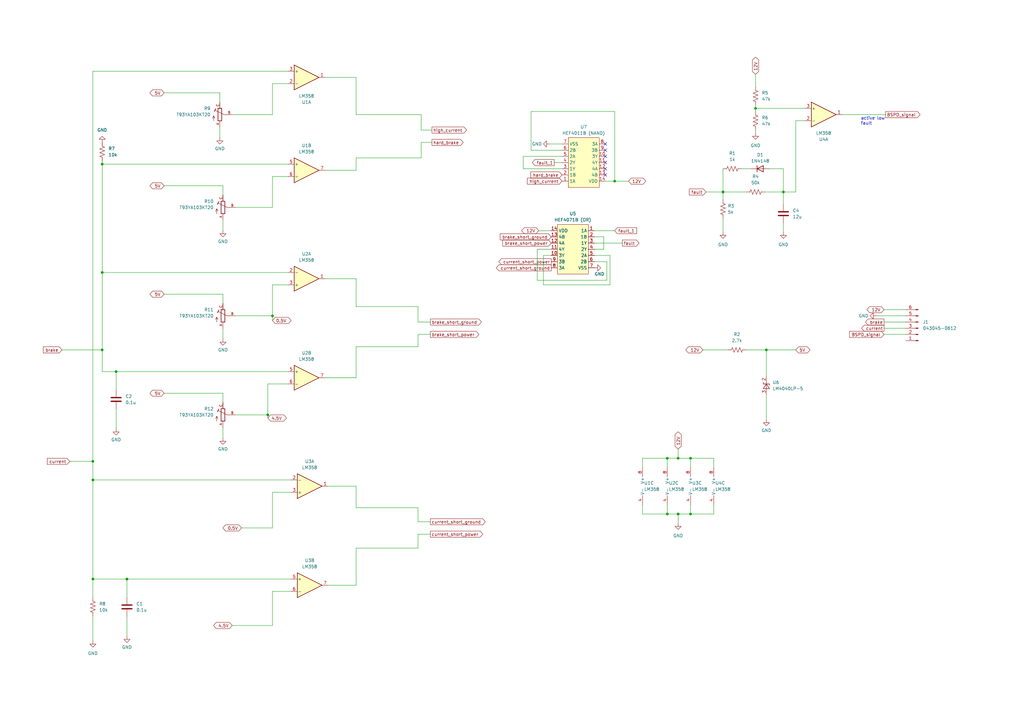
<source format=kicad_sch>
(kicad_sch (version 20231120) (generator "eeschema") (generator_version "8.0")
  (paper "A3")
  (title_block (title "Brake System Plausibility Device ") (comment 1 "Arda Caliskan and Manny Gimenez"))
  (lib_symbols
    (symbol "Amplifier_Operational:LM358" (pin_names (offset 0.127))
      (property "Reference" "U" (at 0 5.08 0))
      (property "Value" "LM358" (at 0 -5.08 0))
      (symbol "LM358_1_1"
        (polyline (pts (xy -5.08 5.08) (xy 5.08 0) (xy -5.08 -5.08) (xy -5.08 5.08)) (stroke (width 0.254)) (fill (type background)))
        (pin output line (at 7.62 0 180) (length 2.54) (name "~") (number "1"))
        (pin input line (at -7.62 -2.54 0) (length 2.54) (name "-") (number "2"))
        (pin input line (at -7.62 2.54 0) (length 2.54) (name "+") (number "3"))
      )
      (symbol "LM358_2_1"
        (polyline (pts (xy -5.08 5.08) (xy 5.08 0) (xy -5.08 -5.08) (xy -5.08 5.08)) (stroke (width 0.254)) (fill (type background)))
        (pin input line (at -7.62 2.54 0) (length 2.54) (name "+") (number "5"))
        (pin input line (at -7.62 -2.54 0) (length 2.54) (name "-") (number "6"))
        (pin output line (at 7.62 0 180) (length 2.54) (name "~") (number "7"))
      )
      (symbol "LM358_3_1"
        (pin power_in line (at -2.54 -7.62 90) (length 3.81) (name "V-") (number "4"))
        (pin power_in line (at -2.54 7.62 270) (length 3.81) (name "V+") (number "8"))
      )
    )
    (symbol "Connector:Conn_01x06_Pin" (pin_names (offset 1.016) hide)
      (property "Reference" "J" (at 0 7.62 0))
      (property "Value" "Conn_01x06_Pin" (at 0 -10.16 0))
      (symbol "Conn_01x06_Pin_1_1"
        (polyline (pts (xy 1.27 -7.62) (xy 0.8636 -7.62)) (stroke (width 0.1524)))
        (polyline (pts (xy 1.27 -5.08) (xy 0.8636 -5.08)) (stroke (width 0.1524)))
        (polyline (pts (xy 1.27 -2.54) (xy 0.8636 -2.54)) (stroke (width 0.1524)))
        (polyline (pts (xy 1.27 0) (xy 0.8636 0)) (stroke (width 0.1524)))
        (polyline (pts (xy 1.27 2.54) (xy 0.8636 2.54)) (stroke (width 0.1524)))
        (polyline (pts (xy 1.27 5.08) (xy 0.8636 5.08)) (stroke (width 0.1524)))
        (rectangle (start 0.8636 -7.493) (end 0 -7.747) (stroke (width 0.1524)) (fill (type outline)))
        (rectangle (start 0.8636 -4.953) (end 0 -5.207) (stroke (width 0.1524)) (fill (type outline)))
        (rectangle (start 0.8636 -2.413) (end 0 -2.667) (stroke (width 0.1524)) (fill (type outline)))
        (rectangle (start 0.8636 0.127) (end 0 -0.127) (stroke (width 0.1524)) (fill (type outline)))
        (rectangle (start 0.8636 2.667) (end 0 2.413) (stroke (width 0.1524)) (fill (type outline)))
        (rectangle (start 0.8636 5.207) (end 0 4.953) (stroke (width 0.1524)) (fill (type outline)))
        (pin passive line (at 5.08 5.08 180) (length 3.81) (name "Pin_1") (number "1"))
        (pin passive line (at 5.08 2.54 180) (length 3.81) (name "Pin_2") (number "2"))
        (pin passive line (at 5.08 0 180) (length 3.81) (name "Pin_3") (number "3"))
        (pin passive line (at 5.08 -2.54 180) (length 3.81) (name "Pin_4") (number "4"))
        (pin passive line (at 5.08 -5.08 180) (length 3.81) (name "Pin_5") (number "5"))
        (pin passive line (at 5.08 -7.62 180) (length 3.81) (name "Pin_6") (number "6"))
      )
    )
    (symbol "Device:C" (pin_numbers hide) (pin_names (offset 0.254))
      (property "Reference" "C" (at 0.635 2.54 0))
      (property "Value" "C" (at 0.635 -2.54 0))
      (symbol "C_0_1"
        (polyline (pts (xy -2.032 -0.762) (xy 2.032 -0.762)) (stroke (width 0.508)))
        (polyline (pts (xy -2.032 0.762) (xy 2.032 0.762)) (stroke (width 0.508)))
      )
      (symbol "C_1_1"
        (pin passive line (at 0 3.81 270) (length 2.794) (name "~") (number "1"))
        (pin passive line (at 0 -3.81 90) (length 2.794) (name "~") (number "2"))
      )
    )
    (symbol "Device:R_US" (pin_numbers hide) (pin_names (offset 0))
      (property "Reference" "R" (at 2.54 0 90))
      (property "Value" "R_US" (at -2.54 0 90))
      (symbol "R_US_0_1"
        (polyline (pts (xy 0 -2.286) (xy 0 -2.54)))
        (polyline (pts (xy 0 2.286) (xy 0 2.54)))
        (polyline (pts (xy 0 -0.762) (xy 1.016 -1.143) (xy 0 -1.524) (xy -1.016 -1.905) (xy 0 -2.286)))
        (polyline (pts (xy 0 0.762) (xy 1.016 0.381) (xy 0 0) (xy -1.016 -0.381) (xy 0 -0.762)))
        (polyline (pts (xy 0 2.286) (xy 1.016 1.905) (xy 0 1.524) (xy -1.016 1.143) (xy 0 0.762)))
      )
      (symbol "R_US_1_1"
        (pin passive line (at 0 3.81 270) (length 1.27) (name "~") (number "1"))
        (pin passive line (at 0 -3.81 90) (length 1.27) (name "~") (number "2"))
      )
    )
    (symbol "Diode:1N4148" (pin_numbers hide) (pin_names hide)
      (property "Reference" "D" (at 0 2.54 0))
      (property "Value" "1N4148" (at 0 -2.54 0))
      (symbol "1N4148_0_1"
        (polyline (pts (xy -1.27 1.27) (xy -1.27 -1.27)) (stroke (width 0.254)))
        (polyline (pts (xy 1.27 0) (xy -1.27 0)))
        (polyline (pts (xy 1.27 1.27) (xy 1.27 -1.27) (xy -1.27 0) (xy 1.27 1.27)) (stroke (width 0.254)))
      )
      (symbol "1N4148_1_1"
        (pin passive line (at -3.81 0 0) (length 2.54) (name "K") (number "1"))
        (pin passive line (at 3.81 0 180) (length 2.54) (name "A") (number "2"))
      )
    )
    (symbol "Reference_Voltage:LM4040LP-5" (pin_names (offset 0.0254) hide)
      (property "Reference" "U" (at 0 2.54 0))
      (property "Value" "LM4040LP-5" (at 0 -3.175 0))
      (symbol "LM4040LP-5_0_1"
        (polyline (pts (xy -1.27 0) (xy 0 0) (xy 1.27 0)))
        (polyline (pts (xy -1.27 -1.27) (xy 0.635 0) (xy -1.27 1.27) (xy -1.27 -1.27)) (stroke (width 0.2032)))
        (polyline (pts (xy 0 -1.27) (xy 0.635 -1.27) (xy 0.635 1.27) (xy 1.27 1.27)) (stroke (width 0.2032)))
      )
      (symbol "LM4040LP-5_1_1"
        (pin passive line (at 3.81 0 180) (length 2.54) (name "K") (number "2"))
        (pin passive line (at -3.81 0 0) (length 2.54) (name "A") (number "3"))
      )
    )
    (symbol "T93YA103KT20:T93YA103KT20" (pin_names (offset 1.016))
      (property "Reference" "R" (at -5.9833 -3.8191 90))
      (property "Value" "T93YA103KT20" (at -3.8184 -3.8184 90))
      (symbol "T93YA103KT20_0_0"
        (polyline (pts (xy -2.54 -2.54) (xy -2.54 -0.508)) (stroke (width 0.1524)))
        (polyline (pts (xy -2.54 -0.508) (xy -3.048 -1.524)) (stroke (width 0.1524)))
        (polyline (pts (xy -2.54 -0.508) (xy -2.032 -1.524)) (stroke (width 0.1524)))
        (polyline (pts (xy -2.286 1.27) (xy -1.651 2.413)) (stroke (width 0.254)))
        (polyline (pts (xy -0.762 -2.54) (xy 0.762 -2.54)) (stroke (width 0.254)))
        (polyline (pts (xy -0.762 2.54) (xy -0.762 -2.54)) (stroke (width 0.254)))
        (polyline (pts (xy 0 2.54) (xy -0.762 2.54)) (stroke (width 0.254)))
        (polyline (pts (xy 0 2.54) (xy 0 5.08)) (stroke (width 0.1524)))
        (polyline (pts (xy 0.762 -2.54) (xy 0.762 2.54)) (stroke (width 0.254)))
        (polyline (pts (xy 0.762 2.54) (xy 0 2.54)) (stroke (width 0.254)))
        (polyline (pts (xy 1.651 0) (xy -1.8796 1.7526)) (stroke (width 0.1524)))
        (polyline (pts (xy 2.54 0) (xy 1.651 0)) (stroke (width 0.1524)))
        (pin passive line (at 0 -5.08 90) (length 2.54) (name "~") (number "A"))
        (pin passive line (at 5.08 0 180) (length 2.54) (name "~") (number "B"))
        (pin passive line (at 0 5.08 270) (length 2.54) (name "~") (number "C"))
      )
    )
    (symbol "T93YA203JT20:4011"
      (property "Reference" "U" (at 0 0 0))
      (property "Value" "4011" (at -5.08 0 0))
      (symbol "4011_0_1"
        (rectangle (start -7.62 -2.54) (end 5.08 -22.86) (fill (type background)))
      )
      (symbol "4011_1_1"
        (pin input line (at -10.16 -20.32 0) (length 2.54) (name "1A") (number "1"))
        (pin output line (at 7.62 -10.16 180) (length 2.54) (name "3Y") (number "10"))
        (pin output line (at 7.62 -12.7 180) (length 2.54) (name "4Y") (number "11"))
        (pin input line (at 7.62 -15.24 180) (length 2.54) (name "4A") (number "12"))
        (pin input line (at 7.62 -17.78 180) (length 2.54) (name "4B") (number "13"))
        (pin input line (at 7.62 -20.32 180) (length 2.54) (name "VDD") (number "14"))
        (pin input line (at -10.16 -17.78 0) (length 2.54) (name "1B") (number "2"))
        (pin output line (at -10.16 -15.24 0) (length 2.54) (name "1Y") (number "3"))
        (pin output line (at -10.16 -12.7 0) (length 2.54) (name "2Y") (number "4"))
        (pin input line (at -10.16 -10.16 0) (length 2.54) (name "2A") (number "5"))
        (pin input line (at -10.16 -7.62 0) (length 2.54) (name "2B") (number "6"))
        (pin input line (at -10.16 -5.08 0) (length 2.54) (name "VSS") (number "7"))
        (pin input line (at 7.62 -5.08 180) (length 2.54) (name "3A") (number "8"))
        (pin input line (at 7.62 -7.62 180) (length 2.54) (name "3B") (number "9"))
      )
    )
    (symbol "T93YA203JT20:4071"
      (property "Reference" "U" (at 0 0 0))
      (property "Value" "4071" (at -5.08 0 0))
      (symbol "4071_0_1"
        (rectangle (start -7.62 -2.54) (end 5.08 -22.86) (fill (type background)))
      )
      (symbol "4071_1_1"
        (pin input line (at -10.16 -20.32 0) (length 2.54) (name "1A") (number "1"))
        (pin output line (at 7.62 -10.16 180) (length 2.54) (name "3Y") (number "10"))
        (pin output line (at 7.62 -12.7 180) (length 2.54) (name "4Y") (number "11"))
        (pin input line (at 7.62 -15.24 180) (length 2.54) (name "4A") (number "12"))
        (pin input line (at 7.62 -17.78 180) (length 2.54) (name "4B") (number "13"))
        (pin input line (at 7.62 -20.32 180) (length 2.54) (name "VDD") (number "14"))
        (pin input line (at -10.16 -17.78 0) (length 2.54) (name "1B") (number "2"))
        (pin output line (at -10.16 -15.24 0) (length 2.54) (name "1Y") (number "3"))
        (pin output line (at -10.16 -12.7 0) (length 2.54) (name "2Y") (number "4"))
        (pin input line (at -10.16 -10.16 0) (length 2.54) (name "2A") (number "5"))
        (pin input line (at -10.16 -7.62 0) (length 2.54) (name "2B") (number "6"))
        (pin input line (at -10.16 -5.08 0) (length 2.54) (name "VSS") (number "7"))
        (pin input line (at 7.62 -5.08 180) (length 2.54) (name "3A") (number "8"))
        (pin input line (at 7.62 -7.62 180) (length 2.54) (name "3B") (number "9"))
      )
    )
    (symbol "power:GND" (power) (pin_names (offset 0))
      (property "Value" "GND" (at 0 -3.81 0))
      (symbol "GND_0_1"
        (polyline (pts (xy 0 0) (xy 0 -1.27) (xy 1.27 -1.27) (xy 0 -2.54) (xy -1.27 -1.27) (xy 0 -1.27)))
      )
      (symbol "GND_1_1"
        (pin power_in line (at 0 0 270) (length 0) hide (name "GND") (number "1"))
      )
    )
  )
  (junction (at 38.1 237.49))
  (junction (at 252.095 74.295))
  (junction (at 278.13 187.96))
  (junction (at 41.91 111.76))
  (junction (at 296.545 78.74))
  (junction (at 278.13 210.82))
  (junction (at 273.685 187.96))
  (junction (at 38.1 196.85))
  (junction (at 41.91 67.31))
  (junction (at 283.21 187.96))
  (junction (at 321.31 78.74))
  (junction (at 41.91 143.51))
  (junction (at 52.07 237.49))
  (junction (at 273.685 210.82))
  (junction (at 111.76 129.54))
  (junction (at 314.325 143.51))
  (junction (at 109.855 170.18))
  (junction (at 47.625 152.4))
  (junction (at 283.21 210.82))
  (junction (at 309.88 44.45))
  (junction (at 38.1 189.23))
  (no_connect (at 248.285 59.055))
  (no_connect (at 248.285 71.755))
  (no_connect (at 248.285 61.595))
  (no_connect (at 248.285 69.215))
  (no_connect (at 248.285 64.135))
  (no_connect (at 248.285 66.675))
  (wire (pts (xy 263.525 210.82) (xy 263.525 207.01)))
  (wire (pts (xy 247.65 97.155) (xy 243.84 97.155)))
  (wire (pts (xy 296.545 78.74) (xy 296.545 81.915)))
  (wire (pts (xy 283.21 210.82) (xy 278.13 210.82)))
  (wire (pts (xy 146.05 114.3) (xy 146.05 125.73)))
  (wire (pts (xy 111.76 201.93) (xy 111.76 216.535)))
  (wire (pts (xy 171.45 213.995) (xy 176.53 213.995)))
  (wire (pts (xy 146.05 199.39) (xy 134.62 199.39)))
  (wire (pts (xy 133.35 114.3) (xy 146.05 114.3)))
  (wire (pts (xy 292.735 187.96) (xy 292.735 191.77)))
  (wire (pts (xy 111.76 34.29) (xy 111.76 46.99)))
  (wire (pts (xy 283.21 187.96) (xy 292.735 187.96)))
  (wire (pts (xy 227.33 66.675) (xy 230.505 66.675)))
  (wire (pts (xy 278.13 210.82) (xy 273.685 210.82)))
  (wire (pts (xy 96.52 170.18) (xy 109.855 170.18)))
  (wire (pts (xy 47.625 167.64) (xy 47.625 175.895)))
  (wire (pts (xy 90.17 52.07) (xy 90.17 56.515)))
  (wire (pts (xy 225.425 59.055) (xy 230.505 59.055)))
  (wire (pts (xy 91.44 161.29) (xy 91.44 165.1)))
  (wire (pts (xy 296.545 69.215) (xy 296.545 78.74)))
  (wire (pts (xy 314.325 161.925) (xy 314.325 172.085)))
  (wire (pts (xy 146.05 208.28) (xy 146.05 199.39)))
  (wire (pts (xy 91.44 175.26) (xy 91.44 179.705)))
  (wire (pts (xy 146.05 240.03) (xy 134.62 240.03)))
  (wire (pts (xy 91.44 76.2) (xy 91.44 80.01)))
  (wire (pts (xy 38.1 252.73) (xy 38.1 262.89)))
  (wire (pts (xy 41.91 67.31) (xy 118.11 67.31)))
  (wire (pts (xy 273.685 210.82) (xy 263.525 210.82)))
  (wire (pts (xy 248.92 114.935) (xy 248.92 107.315)))
  (wire (pts (xy 247.65 102.235) (xy 247.65 97.155)))
  (wire (pts (xy 47.625 152.4) (xy 47.625 160.02)))
  (wire (pts (xy 95.25 46.99) (xy 111.76 46.99)))
  (wire (pts (xy 146.05 64.77) (xy 146.05 69.85)))
  (wire (pts (xy 326.39 49.53) (xy 326.39 78.74)))
  (wire (pts (xy 326.39 49.53) (xy 330.2 49.53)))
  (wire (pts (xy 362.585 134.62) (xy 371.475 134.62)))
  (wire (pts (xy 172.72 53.34) (xy 172.72 46.99)))
  (wire (pts (xy 309.88 44.45) (xy 330.2 44.45)))
  (wire (pts (xy 67.31 120.65) (xy 91.44 120.65)))
  (wire (pts (xy 41.91 111.76) (xy 41.91 143.51)))
  (wire (pts (xy 314.325 143.51) (xy 314.325 154.305)))
  (wire (pts (xy 304.165 69.215) (xy 307.975 69.215)))
  (wire (pts (xy 119.38 196.85) (xy 38.1 196.85)))
  (wire (pts (xy 313.69 78.74) (xy 321.31 78.74)))
  (wire (pts (xy 292.735 207.01) (xy 292.735 210.82)))
  (wire (pts (xy 41.91 152.4) (xy 41.91 143.51)))
  (wire (pts (xy 133.35 154.94) (xy 146.05 154.94)))
  (wire (pts (xy 146.05 69.85) (xy 133.35 69.85)))
  (wire (pts (xy 309.88 30.48) (xy 309.88 35.56)))
  (wire (pts (xy 278.13 210.82) (xy 278.13 214.63)))
  (wire (pts (xy 38.1 237.49) (xy 38.1 245.11)))
  (wire (pts (xy 273.685 210.82) (xy 273.685 207.01)))
  (wire (pts (xy 250.19 104.775) (xy 243.84 104.775)))
  (wire (pts (xy 171.45 219.075) (xy 176.53 219.075)))
  (wire (pts (xy 38.1 237.49) (xy 52.07 237.49)))
  (wire (pts (xy 217.805 61.595) (xy 217.805 45.72)))
  (wire (pts (xy 243.84 94.615) (xy 252.095 94.615)))
  (wire (pts (xy 278.13 184.15) (xy 278.13 187.96)))
  (wire (pts (xy 146.05 224.79) (xy 146.05 240.03)))
  (wire (pts (xy 146.05 46.99) (xy 172.72 46.99)))
  (wire (pts (xy 38.1 189.23) (xy 38.1 196.85)))
  (wire (pts (xy 171.45 224.79) (xy 171.45 219.075)))
  (wire (pts (xy 109.855 157.48) (xy 118.11 157.48)))
  (wire (pts (xy 289.56 78.74) (xy 296.545 78.74)))
  (wire (pts (xy 222.885 116.84) (xy 250.19 116.84)))
  (wire (pts (xy 146.05 224.79) (xy 171.45 224.79)))
  (wire (pts (xy 309.88 44.45) (xy 309.88 45.72)))
  (wire (pts (xy 250.19 116.84) (xy 250.19 104.775)))
  (wire (pts (xy 41.91 111.76) (xy 118.11 111.76)))
  (wire (pts (xy 146.05 64.77) (xy 172.72 64.77)))
  (wire (pts (xy 278.13 187.96) (xy 283.21 187.96)))
  (wire (pts (xy 283.21 210.82) (xy 283.21 207.01)))
  (wire (pts (xy 38.1 29.21) (xy 118.11 29.21)))
  (wire (pts (xy 111.76 242.57) (xy 119.38 242.57)))
  (wire (pts (xy 146.05 31.75) (xy 146.05 46.99)))
  (wire (pts (xy 230.505 69.215) (xy 214.63 69.215)))
  (wire (pts (xy 321.31 69.215) (xy 321.31 78.74)))
  (wire (pts (xy 321.31 78.74) (xy 321.31 83.82)))
  (wire (pts (xy 67.31 161.29) (xy 91.44 161.29)))
  (wire (pts (xy 41.91 111.76) (xy 41.91 67.31)))
  (wire (pts (xy 25.4 143.51) (xy 41.91 143.51)))
  (wire (pts (xy 111.76 242.57) (xy 111.76 256.54)))
  (wire (pts (xy 321.31 91.44) (xy 321.31 95.25)))
  (wire (pts (xy 306.07 143.51) (xy 314.325 143.51)))
  (wire (pts (xy 314.325 143.51) (xy 326.39 143.51)))
  (wire (pts (xy 288.29 143.51) (xy 298.45 143.51)))
  (wire (pts (xy 109.855 170.18) (xy 109.855 171.45)))
  (wire (pts (xy 67.31 38.1) (xy 90.17 38.1)))
  (wire (pts (xy 222.885 104.775) (xy 226.06 104.775)))
  (wire (pts (xy 146.05 142.24) (xy 171.45 142.24)))
  (wire (pts (xy 111.76 201.93) (xy 119.38 201.93)))
  (wire (pts (xy 296.545 78.74) (xy 306.07 78.74)))
  (wire (pts (xy 292.735 210.82) (xy 283.21 210.82)))
  (wire (pts (xy 96.52 129.54) (xy 111.76 129.54)))
  (wire (pts (xy 146.05 125.73) (xy 171.45 125.73)))
  (wire (pts (xy 177.165 58.42) (xy 172.72 58.42)))
  (wire (pts (xy 309.88 43.18) (xy 309.88 44.45)))
  (wire (pts (xy 296.545 89.535) (xy 296.545 95.25)))
  (wire (pts (xy 91.44 120.65) (xy 91.44 124.46)))
  (wire (pts (xy 226.06 102.235) (xy 220.345 102.235)))
  (wire (pts (xy 362.585 127) (xy 371.475 127)))
  (wire (pts (xy 214.63 64.135) (xy 230.505 64.135)))
  (wire (pts (xy 146.05 154.94) (xy 146.05 142.24)))
  (wire (pts (xy 359.41 129.54) (xy 371.475 129.54)))
  (wire (pts (xy 111.76 116.84) (xy 111.76 129.54)))
  (wire (pts (xy 214.63 69.215) (xy 214.63 64.135)))
  (wire (pts (xy 111.76 72.39) (xy 118.11 72.39)))
  (wire (pts (xy 146.05 208.28) (xy 171.45 208.28)))
  (wire (pts (xy 345.44 46.99) (xy 363.22 46.99)))
  (wire (pts (xy 252.095 45.72) (xy 252.095 74.295)))
  (wire (pts (xy 95.25 256.54) (xy 111.76 256.54)))
  (wire (pts (xy 111.76 116.84) (xy 118.11 116.84)))
  (wire (pts (xy 220.345 102.235) (xy 220.345 114.935)))
  (wire (pts (xy 243.84 102.235) (xy 247.65 102.235)))
  (wire (pts (xy 326.39 78.74) (xy 321.31 78.74)))
  (wire (pts (xy 217.805 61.595) (xy 230.505 61.595)))
  (wire (pts (xy 263.525 191.77) (xy 263.525 187.96)))
  (wire (pts (xy 171.45 125.73) (xy 171.45 132.08)))
  (wire (pts (xy 38.1 29.21) (xy 38.1 189.23)))
  (wire (pts (xy 38.1 196.85) (xy 38.1 237.49)))
  (wire (pts (xy 248.285 74.295) (xy 252.095 74.295)))
  (wire (pts (xy 41.91 66.04) (xy 41.91 67.31)))
  (wire (pts (xy 248.92 107.315) (xy 243.84 107.315)))
  (wire (pts (xy 41.91 152.4) (xy 47.625 152.4)))
  (wire (pts (xy 362.585 132.08) (xy 371.475 132.08)))
  (wire (pts (xy 52.07 237.49) (xy 119.38 237.49)))
  (wire (pts (xy 283.21 187.96) (xy 283.21 191.77)))
  (wire (pts (xy 171.45 142.24) (xy 171.45 137.16)))
  (wire (pts (xy 252.095 74.295) (xy 257.81 74.295)))
  (wire (pts (xy 111.76 72.39) (xy 111.76 85.09)))
  (wire (pts (xy 309.88 53.34) (xy 309.88 54.61)))
  (wire (pts (xy 111.76 34.29) (xy 118.11 34.29)))
  (wire (pts (xy 177.165 53.34) (xy 172.72 53.34)))
  (wire (pts (xy 171.45 137.16) (xy 176.53 137.16)))
  (wire (pts (xy 111.76 129.54) (xy 111.76 131.445)))
  (wire (pts (xy 91.44 134.62) (xy 91.44 139.065)))
  (wire (pts (xy 96.52 85.09) (xy 111.76 85.09)))
  (wire (pts (xy 99.06 216.535) (xy 111.76 216.535)))
  (wire (pts (xy 217.805 45.72) (xy 252.095 45.72)))
  (wire (pts (xy 263.525 187.96) (xy 273.685 187.96)))
  (wire (pts (xy 28.575 189.23) (xy 38.1 189.23)))
  (wire (pts (xy 220.345 114.935) (xy 248.92 114.935)))
  (wire (pts (xy 273.685 187.96) (xy 273.685 191.77)))
  (wire (pts (xy 91.44 90.17) (xy 91.44 94.615)))
  (wire (pts (xy 172.72 58.42) (xy 172.72 64.77)))
  (wire (pts (xy 220.98 94.615) (xy 226.06 94.615)))
  (wire (pts (xy 133.35 31.75) (xy 146.05 31.75)))
  (wire (pts (xy 90.17 38.1) (xy 90.17 41.91)))
  (wire (pts (xy 171.45 132.08) (xy 176.53 132.08)))
  (wire (pts (xy 171.45 208.28) (xy 171.45 213.995)))
  (wire (pts (xy 362.585 137.16) (xy 371.475 137.16)))
  (wire (pts (xy 243.84 99.695) (xy 255.27 99.695)))
  (wire (pts (xy 109.855 157.48) (xy 109.855 170.18)))
  (wire (pts (xy 52.07 237.49) (xy 52.07 245.11)))
  (wire (pts (xy 52.07 252.73) (xy 52.07 260.985)))
  (wire (pts (xy 67.31 76.2) (xy 91.44 76.2)))
  (wire (pts (xy 273.685 187.96) (xy 278.13 187.96)))
  (wire (pts (xy 315.595 69.215) (xy 321.31 69.215)))
  (wire (pts (xy 222.885 116.84) (xy 222.885 104.775)))
  (wire (pts (xy 47.625 152.4) (xy 118.11 152.4)))
  (text "active low\nfault" (at 353.06 51.435 0) (effects (font (size 1.27 1.27)) (justify left bottom)))
  (global_label "brake_short_power" (shape output) (at 176.53 137.16 0) (property "Intersheetrefs" "${INTERSHEET_REFS}" (effects (hide yes))))
  (global_label "0.5V" (shape bidirectional) (at 99.06 216.535 180) (property "Intersheetrefs" "${INTERSHEET_REFS}" (effects (hide yes))))
  (global_label "current" (shape input) (at 28.575 189.23 180) (property "Intersheetrefs" "${INTERSHEET_REFS}" (effects (hide yes))))
  (global_label "high_current" (shape output) (at 177.165 53.34 0) (property "Intersheetrefs" "${INTERSHEET_REFS}" (effects (hide yes))))
  (global_label "current_short_power" (shape output) (at 176.53 219.075 0) (property "Intersheetrefs" "${INTERSHEET_REFS}" (effects (hide yes))))
  (global_label "brake_short_ground" (shape input) (at 226.06 97.155 180) (property "Intersheetrefs" "${INTERSHEET_REFS}" (effects (hide yes))))
  (global_label "5V" (shape bidirectional) (at 67.31 38.1 180) (property "Intersheetrefs" "${INTERSHEET_REFS}" (effects (hide yes))))
  (global_label "12V" (shape bidirectional) (at 278.13 184.15 90) (property "Intersheetrefs" "${INTERSHEET_REFS}" (effects (hide yes))))
  (global_label "12V" (shape bidirectional) (at 257.81 74.295 0) (property "Intersheetrefs" "${INTERSHEET_REFS}" (effects (hide yes))))
  (global_label "hard_brake" (shape output) (at 177.165 58.42 0) (property "Intersheetrefs" "${INTERSHEET_REFS}" (effects (hide yes))))
  (global_label "brake" (shape output) (at 362.585 132.08 180) (property "Intersheetrefs" "${INTERSHEET_REFS}" (effects (hide yes))))
  (global_label "brake_short_ground" (shape output) (at 176.53 132.08 0) (property "Intersheetrefs" "${INTERSHEET_REFS}" (effects (hide yes))))
  (global_label "BSPD_signal" (shape input) (at 362.585 137.16 180) (property "Intersheetrefs" "${INTERSHEET_REFS}" (effects (hide yes))))
  (global_label "brake" (shape input) (at 25.4 143.51 180) (property "Intersheetrefs" "${INTERSHEET_REFS}" (effects (hide yes))))
  (global_label "5V" (shape bidirectional) (at 67.31 76.2 180) (property "Intersheetrefs" "${INTERSHEET_REFS}" (effects (hide yes))))
  (global_label "4.5V" (shape bidirectional) (at 95.25 256.54 180) (property "Intersheetrefs" "${INTERSHEET_REFS}" (effects (hide yes))))
  (global_label "current_short_ground" (shape output) (at 226.06 109.855 180) (property "Intersheetrefs" "${INTERSHEET_REFS}" (effects (hide yes))))
  (global_label "fault" (shape output) (at 255.27 99.695 0) (property "Intersheetrefs" "${INTERSHEET_REFS}" (effects (hide yes))))
  (global_label "0.5V" (shape bidirectional) (at 111.76 131.445 0) (property "Intersheetrefs" "${INTERSHEET_REFS}" (effects (hide yes))))
  (global_label "fault_1" (shape output) (at 227.33 66.675 180) (property "Intersheetrefs" "${INTERSHEET_REFS}" (effects (hide yes))))
  (global_label "fault_1" (shape input) (at 252.095 94.615 0) (property "Intersheetrefs" "${INTERSHEET_REFS}" (effects (hide yes))))
  (global_label "12V" (shape bidirectional) (at 220.98 94.615 180) (property "Intersheetrefs" "${INTERSHEET_REFS}" (effects (hide yes))))
  (global_label "5V" (shape bidirectional) (at 326.39 143.51 0) (property "Intersheetrefs" "${INTERSHEET_REFS}" (effects (hide yes))))
  (global_label "12V" (shape bidirectional) (at 309.88 30.48 90) (property "Intersheetrefs" "${INTERSHEET_REFS}" (effects (hide yes))))
  (global_label "current" (shape output) (at 362.585 134.62 180) (property "Intersheetrefs" "${INTERSHEET_REFS}" (effects (hide yes))))
  (global_label "5V" (shape bidirectional) (at 67.31 161.29 180) (property "Intersheetrefs" "${INTERSHEET_REFS}" (effects (hide yes))))
  (global_label "high_current" (shape input) (at 230.505 74.295 180) (property "Intersheetrefs" "${INTERSHEET_REFS}" (effects (hide yes))))
  (global_label "brake_short_power" (shape input) (at 226.06 99.695 180) (property "Intersheetrefs" "${INTERSHEET_REFS}" (effects (hide yes))))
  (global_label "current_short_ground" (shape output) (at 176.53 213.995 0) (property "Intersheetrefs" "${INTERSHEET_REFS}" (effects (hide yes))))
  (global_label "4.5V" (shape bidirectional) (at 109.855 171.45 0) (property "Intersheetrefs" "${INTERSHEET_REFS}" (effects (hide yes))))
  (global_label "current_short_power" (shape output) (at 226.06 107.315 180) (property "Intersheetrefs" "${INTERSHEET_REFS}" (effects (hide yes))))
  (global_label "fault" (shape input) (at 289.56 78.74 180) (property "Intersheetrefs" "${INTERSHEET_REFS}" (effects (hide yes))))
  (global_label "12V" (shape bidirectional) (at 362.585 127 180) (property "Intersheetrefs" "${INTERSHEET_REFS}" (effects (hide yes))))
  (global_label "BSPD_signal" (shape output) (at 363.22 46.99 0) (property "Intersheetrefs" "${INTERSHEET_REFS}" (effects (hide yes))))
  (global_label "hard_brake" (shape input) (at 230.505 71.755 180) (property "Intersheetrefs" "${INTERSHEET_REFS}" (effects (hide yes))))
  (global_label "5V" (shape bidirectional) (at 67.31 120.65 180) (property "Intersheetrefs" "${INTERSHEET_REFS}" (effects (hide yes))))
  (global_label "12V" (shape bidirectional) (at 288.29 143.51 180) (property "Intersheetrefs" "${INTERSHEET_REFS}" (effects (hide yes))))
  (symbol (lib_id "power:GND") (at 314.325 172.085 0) (unit 1)
    (property "Reference" "#PWR06" (effects (hide yes)))
    (property "Value" "GND" (at 314.325 176.53 0))
  )
  (symbol (lib_id "power:GND") (at 225.425 59.055 270) (unit 1)
    (property "Reference" "#PWR07" (effects (hide yes)))
    (property "Value" "GND" (at 222.25 59.055 90) (effects (justify right)))
  )
  (symbol (lib_id "T93YA103KT20:T93YA103KT20") (at 90.17 46.99 0) (unit 1)
    (property "Reference" "R9" (at 86.36 44.4754 0) (effects (justify right)))
    (property "Value" "T93YA103KT20" (at 86.36 47.0154 0) (effects (justify right)))
    (property "Footprint" "Potentiometer_THT:Potentiometer_Vishay_T93YA103KT20" (effects (hide yes)))
    (property "PRICE" "$1.70 USD" (effects (hide yes)))
    (property "MF" "Vishay" (effects (hide yes)))
    (property "AVAILABILITY" "Good" (effects (hide yes)))
    (property "MP" "T93YA103KT20" (effects (hide yes)))
  )
  (symbol (lib_id "Amplifier_Operational:LM358") (at 337.82 46.99 0) (unit 1)
    (property "Reference" "U4" (at 337.82 57.15 0))
    (property "Value" "LM358" (at 337.82 54.61 0))
    (property "Footprint" "Package_SO:SOIC-8_3.9x4.9mm_P1.27mm" (effects (hide yes)))
    (property "Datasheet" "http://www.ti.com/lit/ds/symlink/lm2904-n.pdf" (effects (hide yes)))
  )
  (symbol (lib_id "power:GND") (at 38.1 262.89 0) (unit 1)
    (property "Reference" "#PWR02" (effects (hide yes)))
    (property "Value" "GND" (at 38.1 267.97 0))
  )
  (symbol (lib_id "power:GND") (at 321.31 95.25 0) (unit 1)
    (property "Reference" "#PWR033" (effects (hide yes)))
    (property "Value" "GND" (at 321.31 100.33 0))
  )
  (symbol (lib_id "Amplifier_Operational:LM358") (at 127 240.03 0) (unit 2)
    (property "Reference" "U3" (at 127 229.87 0))
    (property "Value" "LM358" (at 127 232.41 0))
    (property "Footprint" "Package_SO:SOIC-8_3.9x4.9mm_P1.27mm" (effects (hide yes)))
    (property "Datasheet" "http://www.ti.com/lit/ds/symlink/lm2904-n.pdf" (effects (hide yes)))
  )
  (symbol (lib_id "T93YA203JT20:4011") (at 240.665 53.975 0) (unit 1)
    (property "Reference" "U7" (at 239.395 52.07 0))
    (property "Value" "HEF4011B (NAND)" (at 239.395 54.61 0))
    (property "Footprint" "Package_SO:SOIC-14_3.9x8.7mm_P1.27mm" (effects (hide yes)))
  )
  (symbol (lib_id "T93YA103KT20:T93YA103KT20") (at 91.44 129.54 0) (unit 1)
    (property "Reference" "R11" (at 87.63 127.0254 0) (effects (justify right)))
    (property "Value" "T93YA103KT20" (at 87.63 129.5654 0) (effects (justify right)))
    (property "Footprint" "Potentiometer_THT:Potentiometer_Vishay_T93YA103KT20" (effects (hide yes)))
    (property "PRICE" "$1.70 USD" (effects (hide yes)))
    (property "MF" "Vishay" (effects (hide yes)))
    (property "AVAILABILITY" "Good" (effects (hide yes)))
    (property "MP" "T93YA103KT20" (effects (hide yes)))
  )
  (symbol (lib_id "Diode:1N4148") (at 311.785 69.215 0) (unit 1)
    (property "Reference" "D1" (at 311.785 63.5 0))
    (property "Value" "1N4148" (at 311.785 66.04 0))
    (property "Footprint" "Diode_THT:D_DO-35_SOD27_P7.62mm_Horizontal" (effects (hide yes)))
    (property "Datasheet" "https://assets.nexperia.com/documents/data-sheet/1N4148_1N4448.pdf" (effects (hide yes)))
    (property "Sim.Device" "D" (effects (hide yes)))
    (property "Sim.Pins" "1=K 2=A" (effects (hide yes)))
  )
  (symbol (lib_id "Amplifier_Operational:LM358") (at 295.275 199.39 0) (unit 3)
    (property "Reference" "U4" (at 293.37 198.12 0) (effects (justify left)))
    (property "Value" "LM358" (at 293.37 200.66 0) (effects (justify left)))
    (property "Datasheet" "http://www.ti.com/lit/ds/symlink/lm2904-n.pdf" (effects (hide yes)))
  )
  (symbol (lib_id "power:GND") (at 47.625 175.895 0) (unit 1)
    (property "Reference" "#PWR08" (effects (hide yes)))
    (property "Value" "GND" (at 47.625 180.34 0))
  )
  (symbol (lib_id "T93YA103KT20:T93YA103KT20") (at 91.44 170.18 0) (unit 1)
    (property "Reference" "R12" (at 87.63 167.6654 0) (effects (justify right)))
    (property "Value" "T93YA103KT20" (at 87.63 170.2054 0) (effects (justify right)))
    (property "Footprint" "Potentiometer_THT:Potentiometer_Vishay_T93YA103KT20" (effects (hide yes)))
    (property "PRICE" "$1.70 USD" (effects (hide yes)))
    (property "MF" "Vishay" (effects (hide yes)))
    (property "AVAILABILITY" "Good" (effects (hide yes)))
    (property "MP" "T93YA103KT20" (effects (hide yes)))
  )
  (symbol (lib_id "Amplifier_Operational:LM358") (at 125.73 154.94 0) (unit 2)
    (property "Reference" "U2" (at 125.73 144.78 0))
    (property "Value" "LM358" (at 125.73 147.32 0))
    (property "Footprint" "Package_SO:SOIC-8_3.9x4.9mm_P1.27mm" (effects (hide yes)))
    (property "Datasheet" "http://www.ti.com/lit/ds/symlink/lm2904-n.pdf" (effects (hide yes)))
  )
  (symbol (lib_id "Device:R_US") (at 296.545 85.725 180) (unit 1)
    (property "Reference" "R3" (at 298.45 84.455 0) (effects (justify right)))
    (property "Value" "5k" (at 298.45 86.995 0) (effects (justify right)))
    (property "Footprint" "Resistor_THT:R_Axial_DIN0207_L6.3mm_D2.5mm_P7.62mm_Horizontal" (effects (hide yes)))
  )
  (symbol (lib_id "power:GND") (at 309.88 54.61 0) (unit 1)
    (property "Reference" "#PWR032" (effects (hide yes)))
    (property "Value" "GND" (at 309.88 59.69 0))
  )
  (symbol (lib_id "Amplifier_Operational:LM358") (at 125.73 69.85 0) (unit 2)
    (property "Reference" "U1" (at 125.73 59.69 0))
    (property "Value" "LM358" (at 125.73 62.23 0))
    (property "Footprint" "Package_SO:SOIC-8_3.9x4.9mm_P1.27mm" (effects (hide yes)))
    (property "Datasheet" "http://www.ti.com/lit/ds/symlink/lm2904-n.pdf" (effects (hide yes)))
  )
  (symbol (lib_id "power:GND") (at 91.44 179.705 0) (unit 1)
    (property "Reference" "#PWR05" (effects (hide yes)))
    (property "Value" "GND" (at 91.44 184.15 0))
  )
  (symbol (lib_id "power:GND") (at 52.07 260.985 0) (unit 1)
    (property "Reference" "#PWR09" (effects (hide yes)))
    (property "Value" "GND" (at 52.07 265.43 0))
  )
  (symbol (lib_id "Device:R_US") (at 302.26 143.51 90) (unit 1)
    (property "Reference" "R2" (at 302.26 137.16 90))
    (property "Value" "2.7k" (at 302.26 139.7 90))
    (property "Footprint" "Resistor_THT:R_Axial_DIN0207_L6.3mm_D2.5mm_P7.62mm_Horizontal" (effects (hide yes)))
  )
  (symbol (lib_id "power:GND") (at 278.13 214.63 0) (unit 1)
    (property "Reference" "#PWR013" (effects (hide yes)))
    (property "Value" "GND" (at 278.13 219.71 0))
  )
  (symbol (lib_id "Amplifier_Operational:LM358") (at 125.73 31.75 0) (unit 1)
    (property "Reference" "U1" (at 125.73 41.91 0))
    (property "Value" "LM358" (at 125.73 39.37 0))
    (property "Footprint" "Package_SO:SOIC-8_3.9x4.9mm_P1.27mm" (effects (hide yes)))
    (property "Datasheet" "http://www.ti.com/lit/ds/symlink/lm2904-n.pdf" (effects (hide yes)))
  )
  (symbol (lib_id "Amplifier_Operational:LM358") (at 125.73 114.3 0) (mirror x) (unit 1)
    (property "Reference" "U2" (at 125.73 104.14 0))
    (property "Value" "LM358" (at 125.73 106.68 0))
    (property "Footprint" "Package_SO:SOIC-8_3.9x4.9mm_P1.27mm" (effects (hide yes)))
    (property "Datasheet" "http://www.ti.com/lit/ds/symlink/lm2904-n.pdf" (effects (hide yes)))
  )
  (symbol (lib_id "Device:R_US") (at 41.91 62.23 180) (unit 1)
    (property "Reference" "R7" (at 44.45 60.96 0) (effects (justify right)))
    (property "Value" "10k" (at 44.45 63.5 0) (effects (justify right)))
    (property "Footprint" "Resistor_THT:R_Axial_DIN0207_L6.3mm_D2.5mm_P7.62mm_Horizontal" (effects (hide yes)))
  )
  (symbol (lib_id "power:GND") (at 41.91 58.42 180) (unit 1)
    (property "Reference" "#PWR0101" (effects (hide yes)))
    (property "Value" "GND" (at 41.91 53.34 0))
  )
  (symbol (lib_id "T93YA103KT20:T93YA103KT20") (at 91.44 85.09 0) (unit 1)
    (property "Reference" "R10" (at 87.63 82.5754 0) (effects (justify right)))
    (property "Value" "T93YA103KT20" (at 87.63 85.1154 0) (effects (justify right)))
    (property "Footprint" "Potentiometer_THT:Potentiometer_Vishay_T93YA103KT20" (effects (hide yes)))
    (property "PRICE" "$1.70 USD" (effects (hide yes)))
    (property "MF" "Vishay" (effects (hide yes)))
    (property "AVAILABILITY" "Good" (effects (hide yes)))
    (property "MP" "T93YA103KT20" (effects (hide yes)))
  )
  (symbol (lib_id "power:GND") (at 91.44 139.065 0) (unit 1)
    (property "Reference" "#PWR04" (effects (hide yes)))
    (property "Value" "GND" (at 91.44 143.51 0))
  )
  (symbol (lib_id "Device:C") (at 52.07 248.92 0) (unit 1)
    (property "Reference" "C1" (at 55.88 247.6499 0) (effects (justify left)))
    (property "Value" "0.1u" (at 55.88 250.1899 0) (effects (justify left)))
    (property "Footprint" "Capacitor_THT:C_Disc_D3.4mm_W2.1mm_P2.50mm" (effects (hide yes)))
  )
  (symbol (lib_id "power:GND") (at 91.44 94.615 0) (unit 1)
    (property "Reference" "#PWR03" (effects (hide yes)))
    (property "Value" "GND" (at 91.44 99.06 0))
  )
  (symbol (lib_id "Connector:Conn_01x06_Pin") (at 376.555 134.62 180) (unit 1)
    (property "Reference" "J1" (at 378.46 132.0799 0) (effects (justify right)))
    (property "Value" "043045-0612" (at 378.46 134.6199 0) (effects (justify right)))
    (property "Footprint" "Connector_Molex:Molex_Micro-Fit_3.0_43045-0612_2x03_P3.00mm_Vertical" (effects (hide yes)))
  )
  (symbol (lib_id "Reference_Voltage:LM4040LP-5") (at 314.325 158.115 90) (unit 1)
    (property "Reference" "U6" (at 316.865 156.8449 90) (effects (justify right)))
    (property "Value" "LM4040LP-5" (at 316.865 159.3849 90) (effects (justify right)))
    (property "Footprint" "Package_TO_SOT_THT:TO-92_Inline" (effects (hide yes)))
    (property "Datasheet" "http://www.ti.com/lit/ds/symlink/lm4040-n.pdf" (effects (hide yes)))
  )
  (symbol (lib_id "power:GND") (at 296.545 95.25 0) (unit 1)
    (property "Reference" "#PWR011" (effects (hide yes)))
    (property "Value" "GND" (at 296.545 100.33 0))
  )
  (symbol (lib_id "Amplifier_Operational:LM358") (at 285.75 199.39 0) (unit 3)
    (property "Reference" "U3" (at 283.845 198.12 0) (effects (justify left)))
    (property "Value" "LM358" (at 283.845 200.66 0) (effects (justify left)))
    (property "Datasheet" "http://www.ti.com/lit/ds/symlink/lm2904-n.pdf" (effects (hide yes)))
  )
  (symbol (lib_id "Device:R_US") (at 38.1 248.92 180) (unit 1)
    (property "Reference" "R8" (at 40.64 247.65 0) (effects (justify right)))
    (property "Value" "10k" (at 40.64 250.19 0) (effects (justify right)))
    (property "Footprint" "Resistor_THT:R_Axial_DIN0207_L6.3mm_D2.5mm_P7.62mm_Horizontal" (effects (hide yes)))
  )
  (symbol (lib_id "Device:R_US") (at 309.88 49.53 180) (unit 1)
    (property "Reference" "R6" (at 312.42 48.26 0) (effects (justify right)))
    (property "Value" "47k" (at 312.42 50.8 0) (effects (justify right)))
    (property "Footprint" "Resistor_THT:R_Axial_DIN0207_L6.3mm_D2.5mm_P7.62mm_Horizontal" (effects (hide yes)))
  )
  (symbol (lib_id "Device:R_US") (at 309.88 78.74 90) (unit 1)
    (property "Reference" "R4" (at 309.88 72.39 90))
    (property "Value" "50k" (at 309.88 74.93 90))
    (property "Footprint" "Resistor_THT:R_Axial_DIN0207_L6.3mm_D2.5mm_P7.62mm_Horizontal" (effects (hide yes)))
  )
  (symbol (lib_id "Amplifier_Operational:LM358") (at 266.065 199.39 0) (unit 3)
    (property "Reference" "U1" (at 264.16 198.12 0) (effects (justify left)))
    (property "Value" "LM358" (at 264.16 200.66 0) (effects (justify left)))
    (property "Datasheet" "http://www.ti.com/lit/ds/symlink/lm2904-n.pdf" (effects (hide yes)))
  )
  (symbol (lib_id "power:GND") (at 359.41 129.54 270) (unit 1)
    (property "Reference" "#PWR010" (effects (hide yes)))
    (property "Value" "GND" (at 356.235 129.54 90) (effects (justify right)))
  )
  (symbol (lib_id "power:GND") (at 243.84 109.855 90) (unit 1)
    (property "Reference" "#PWR012" (effects (hide yes)))
    (property "Value" "GND" (at 243.84 112.395 90) (effects (justify right)))
  )
  (symbol (lib_id "Device:R_US") (at 300.355 69.215 90) (unit 1)
    (property "Reference" "R1" (at 300.355 62.865 90))
    (property "Value" "1k" (at 300.355 65.405 90))
    (property "Footprint" "Resistor_THT:R_Axial_DIN0207_L6.3mm_D2.5mm_P7.62mm_Horizontal" (effects (hide yes)))
  )
  (symbol (lib_id "Device:C") (at 47.625 163.83 0) (unit 1)
    (property "Reference" "C2" (at 51.435 162.5599 0) (effects (justify left)))
    (property "Value" "0.1u" (at 51.435 165.0999 0) (effects (justify left)))
    (property "Footprint" "Capacitor_THT:C_Disc_D3.4mm_W2.1mm_P2.50mm" (effects (hide yes)))
  )
  (symbol (lib_id "Amplifier_Operational:LM358") (at 276.225 199.39 0) (unit 3)
    (property "Reference" "U2" (at 274.32 198.12 0) (effects (justify left)))
    (property "Value" "LM358" (at 274.32 200.66 0) (effects (justify left)))
    (property "Datasheet" "http://www.ti.com/lit/ds/symlink/lm2904-n.pdf" (effects (hide yes)))
  )
  (symbol (lib_id "Device:C") (at 321.31 87.63 0) (unit 1)
    (property "Reference" "C4" (at 325.12 86.3599 0) (effects (justify left)))
    (property "Value" "12u" (at 325.12 88.8999 0) (effects (justify left)))
    (property "Footprint" "Capacitor_THT:CP_Radial_D6.3mm_P2.50mm" (effects (hide yes)))
  )
  (symbol (lib_id "power:GND") (at 90.17 56.515 0) (unit 1)
    (property "Reference" "#PWR01" (effects (hide yes)))
    (property "Value" "GND" (at 90.17 60.96 0))
  )
  (symbol (lib_id "T93YA203JT20:4071") (at 233.68 114.935 180) (unit 1)
    (property "Reference" "U5" (at 234.95 87.63 0))
    (property "Value" "HEF4071B (OR)" (at 234.95 90.17 0))
    (property "Footprint" "Package_SO:SOIC-14_3.9x8.7mm_P1.27mm" (effects (hide yes)))
  )
  (symbol (lib_id "Amplifier_Operational:LM358") (at 127 199.39 0) (mirror x) (unit 1)
    (property "Reference" "U3" (at 127 189.23 0))
    (property "Value" "LM358" (at 127 191.77 0))
    (property "Footprint" "Package_SO:SOIC-8_3.9x4.9mm_P1.27mm" (effects (hide yes)))
    (property "Datasheet" "http://www.ti.com/lit/ds/symlink/lm2904-n.pdf" (effects (hide yes)))
  )
  (symbol (lib_id "Device:R_US") (at 309.88 39.37 180) (unit 1)
    (property "Reference" "R5" (at 312.42 38.1 0) (effects (justify right)))
    (property "Value" "47k" (at 312.42 40.64 0) (effects (justify right)))
    (property "Footprint" "Resistor_THT:R_Axial_DIN0207_L6.3mm_D2.5mm_P7.62mm_Horizontal" (effects (hide yes)))
  )
)
</source>
